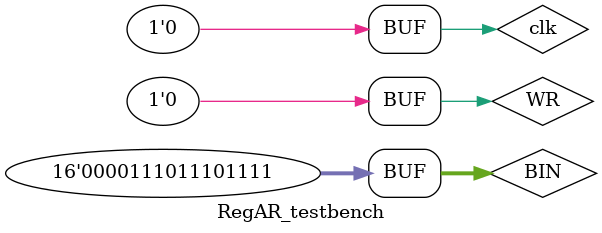
<source format=v>
`timescale 1us/10ns
module RegAR_testbench();

	reg clk; 
	reg WR;
	reg [15:0] BIN;
	wire [15:0] DMADDR;
	
	AR_register AR_register1(BIN,clk,WR,DMADDR);
	
	always // CLOCK
		begin
			clk = 1; #50; clk = 0; #50;
		end
	
	initial begin
		#50;
		WR=1'b1; BIN = 16'h00FF; #100; // WRITE to AC
		WR=1'b0; BIN = 16'hFFFF; #100; // LOAD BUS
		WR=1'b1; BIN = 16'h00CC; #100; // WRITE to AC
		WR=1'b0; BIN = 16'h0EEF; #100; // LOAD BUS
	end

endmodule
</source>
